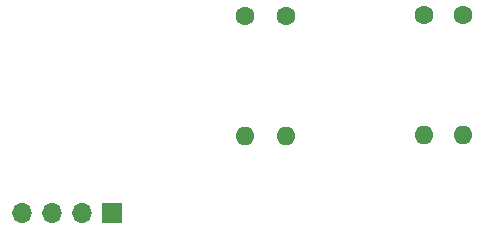
<source format=gbr>
%TF.GenerationSoftware,KiCad,Pcbnew,9.0.5*%
%TF.CreationDate,2025-12-21T06:59:47+02:00*%
%TF.ProjectId,cheating-calc,63686561-7469-46e6-972d-63616c632e6b,rev?*%
%TF.SameCoordinates,Original*%
%TF.FileFunction,Soldermask,Bot*%
%TF.FilePolarity,Negative*%
%FSLAX46Y46*%
G04 Gerber Fmt 4.6, Leading zero omitted, Abs format (unit mm)*
G04 Created by KiCad (PCBNEW 9.0.5) date 2025-12-21 06:59:47*
%MOMM*%
%LPD*%
G01*
G04 APERTURE LIST*
%ADD10R,1.700000X1.700000*%
%ADD11O,1.700000X1.700000*%
%ADD12C,1.600000*%
%ADD13O,1.600000X1.600000*%
G04 APERTURE END LIST*
D10*
%TO.C,J1*%
X101092000Y-71628000D03*
D11*
X98552000Y-71628000D03*
X96012000Y-71628000D03*
X93472000Y-71628000D03*
%TD*%
D12*
%TO.C,R4*%
X112395000Y-54991000D03*
D13*
X112395000Y-65151000D03*
%TD*%
D12*
%TO.C,R2*%
X130876000Y-54864000D03*
D13*
X130876000Y-65024000D03*
%TD*%
D12*
%TO.C,R3*%
X115824000Y-54991000D03*
D13*
X115824000Y-65151000D03*
%TD*%
D12*
%TO.C,R1*%
X127508000Y-54864000D03*
D13*
X127508000Y-65024000D03*
%TD*%
M02*

</source>
